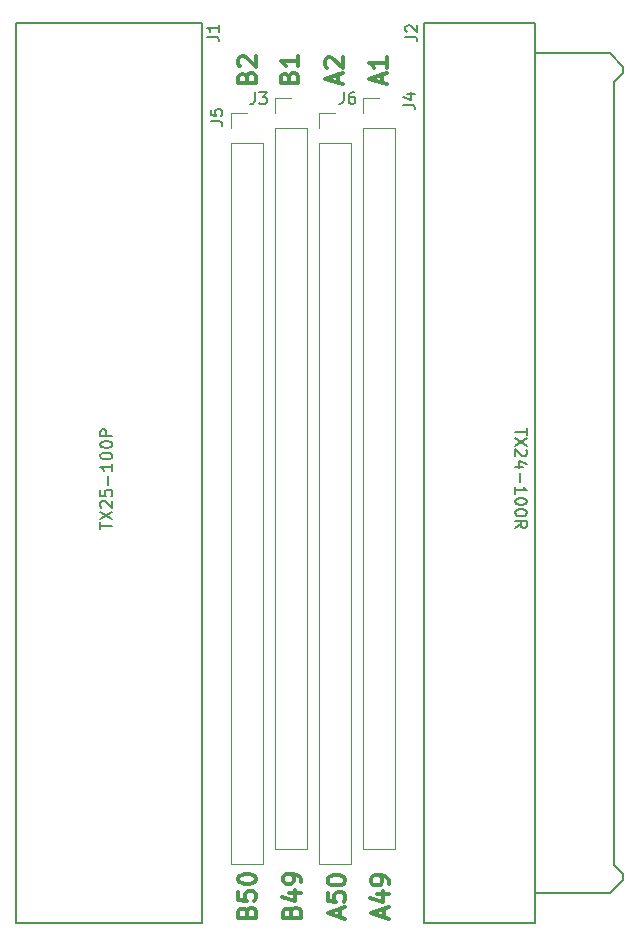
<source format=gbr>
G04 #@! TF.FileFunction,Legend,Top*
%FSLAX46Y46*%
G04 Gerber Fmt 4.6, Leading zero omitted, Abs format (unit mm)*
G04 Created by KiCad (PCBNEW 4.0.7-e2-6376~61~ubuntu18.04.1) date Tue Sep  1 21:44:30 2020*
%MOMM*%
%LPD*%
G01*
G04 APERTURE LIST*
%ADD10C,0.100000*%
%ADD11C,0.150000*%
%ADD12C,0.300000*%
%ADD13C,0.200000*%
%ADD14C,0.120000*%
G04 APERTURE END LIST*
D10*
D11*
X195060819Y-94201195D02*
X195060819Y-94772624D01*
X194060819Y-94486909D02*
X195060819Y-94486909D01*
X195060819Y-95010719D02*
X194060819Y-95677386D01*
X195060819Y-95677386D02*
X194060819Y-95010719D01*
X194965581Y-96010719D02*
X195013200Y-96058338D01*
X195060819Y-96153576D01*
X195060819Y-96391672D01*
X195013200Y-96486910D01*
X194965581Y-96534529D01*
X194870343Y-96582148D01*
X194775105Y-96582148D01*
X194632248Y-96534529D01*
X194060819Y-95963100D01*
X194060819Y-96582148D01*
X194727486Y-97439291D02*
X194060819Y-97439291D01*
X195108438Y-97201195D02*
X194394152Y-96963100D01*
X194394152Y-97582148D01*
X194441771Y-97963100D02*
X194441771Y-98725005D01*
X194060819Y-99725005D02*
X194060819Y-99153576D01*
X194060819Y-99439290D02*
X195060819Y-99439290D01*
X194917962Y-99344052D01*
X194822724Y-99248814D01*
X194775105Y-99153576D01*
X195060819Y-100344052D02*
X195060819Y-100439291D01*
X195013200Y-100534529D01*
X194965581Y-100582148D01*
X194870343Y-100629767D01*
X194679867Y-100677386D01*
X194441771Y-100677386D01*
X194251295Y-100629767D01*
X194156057Y-100582148D01*
X194108438Y-100534529D01*
X194060819Y-100439291D01*
X194060819Y-100344052D01*
X194108438Y-100248814D01*
X194156057Y-100201195D01*
X194251295Y-100153576D01*
X194441771Y-100105957D01*
X194679867Y-100105957D01*
X194870343Y-100153576D01*
X194965581Y-100201195D01*
X195013200Y-100248814D01*
X195060819Y-100344052D01*
X195060819Y-101296433D02*
X195060819Y-101391672D01*
X195013200Y-101486910D01*
X194965581Y-101534529D01*
X194870343Y-101582148D01*
X194679867Y-101629767D01*
X194441771Y-101629767D01*
X194251295Y-101582148D01*
X194156057Y-101534529D01*
X194108438Y-101486910D01*
X194060819Y-101391672D01*
X194060819Y-101296433D01*
X194108438Y-101201195D01*
X194156057Y-101153576D01*
X194251295Y-101105957D01*
X194441771Y-101058338D01*
X194679867Y-101058338D01*
X194870343Y-101105957D01*
X194965581Y-101153576D01*
X195013200Y-101201195D01*
X195060819Y-101296433D01*
X194060819Y-102629767D02*
X194537010Y-102296433D01*
X194060819Y-102058338D02*
X195060819Y-102058338D01*
X195060819Y-102439291D01*
X195013200Y-102534529D01*
X194965581Y-102582148D01*
X194870343Y-102629767D01*
X194727486Y-102629767D01*
X194632248Y-102582148D01*
X194584629Y-102534529D01*
X194537010Y-102439291D01*
X194537010Y-102058338D01*
X158938981Y-102725005D02*
X158938981Y-102153576D01*
X159938981Y-102439291D02*
X158938981Y-102439291D01*
X158938981Y-101915481D02*
X159938981Y-101248814D01*
X158938981Y-101248814D02*
X159938981Y-101915481D01*
X159034219Y-100915481D02*
X158986600Y-100867862D01*
X158938981Y-100772624D01*
X158938981Y-100534528D01*
X158986600Y-100439290D01*
X159034219Y-100391671D01*
X159129457Y-100344052D01*
X159224695Y-100344052D01*
X159367552Y-100391671D01*
X159938981Y-100963100D01*
X159938981Y-100344052D01*
X158938981Y-99439290D02*
X158938981Y-99915481D01*
X159415171Y-99963100D01*
X159367552Y-99915481D01*
X159319933Y-99820243D01*
X159319933Y-99582147D01*
X159367552Y-99486909D01*
X159415171Y-99439290D01*
X159510410Y-99391671D01*
X159748505Y-99391671D01*
X159843743Y-99439290D01*
X159891362Y-99486909D01*
X159938981Y-99582147D01*
X159938981Y-99820243D01*
X159891362Y-99915481D01*
X159843743Y-99963100D01*
X159558029Y-98963100D02*
X159558029Y-98201195D01*
X159938981Y-97201195D02*
X159938981Y-97772624D01*
X159938981Y-97486910D02*
X158938981Y-97486910D01*
X159081838Y-97582148D01*
X159177076Y-97677386D01*
X159224695Y-97772624D01*
X158938981Y-96582148D02*
X158938981Y-96486909D01*
X158986600Y-96391671D01*
X159034219Y-96344052D01*
X159129457Y-96296433D01*
X159319933Y-96248814D01*
X159558029Y-96248814D01*
X159748505Y-96296433D01*
X159843743Y-96344052D01*
X159891362Y-96391671D01*
X159938981Y-96486909D01*
X159938981Y-96582148D01*
X159891362Y-96677386D01*
X159843743Y-96725005D01*
X159748505Y-96772624D01*
X159558029Y-96820243D01*
X159319933Y-96820243D01*
X159129457Y-96772624D01*
X159034219Y-96725005D01*
X158986600Y-96677386D01*
X158938981Y-96582148D01*
X158938981Y-95629767D02*
X158938981Y-95534528D01*
X158986600Y-95439290D01*
X159034219Y-95391671D01*
X159129457Y-95344052D01*
X159319933Y-95296433D01*
X159558029Y-95296433D01*
X159748505Y-95344052D01*
X159843743Y-95391671D01*
X159891362Y-95439290D01*
X159938981Y-95534528D01*
X159938981Y-95629767D01*
X159891362Y-95725005D01*
X159843743Y-95772624D01*
X159748505Y-95820243D01*
X159558029Y-95867862D01*
X159319933Y-95867862D01*
X159129457Y-95820243D01*
X159034219Y-95772624D01*
X158986600Y-95725005D01*
X158938981Y-95629767D01*
X159938981Y-94867862D02*
X158938981Y-94867862D01*
X158938981Y-94486909D01*
X158986600Y-94391671D01*
X159034219Y-94344052D01*
X159129457Y-94296433D01*
X159272314Y-94296433D01*
X159367552Y-94344052D01*
X159415171Y-94391671D01*
X159462790Y-94486909D01*
X159462790Y-94867862D01*
D12*
X171342857Y-64482142D02*
X171414286Y-64267856D01*
X171485714Y-64196428D01*
X171628571Y-64124999D01*
X171842857Y-64124999D01*
X171985714Y-64196428D01*
X172057143Y-64267856D01*
X172128571Y-64410714D01*
X172128571Y-64982142D01*
X170628571Y-64982142D01*
X170628571Y-64482142D01*
X170700000Y-64339285D01*
X170771429Y-64267856D01*
X170914286Y-64196428D01*
X171057143Y-64196428D01*
X171200000Y-64267856D01*
X171271429Y-64339285D01*
X171342857Y-64482142D01*
X171342857Y-64982142D01*
X170771429Y-63553571D02*
X170700000Y-63482142D01*
X170628571Y-63339285D01*
X170628571Y-62982142D01*
X170700000Y-62839285D01*
X170771429Y-62767856D01*
X170914286Y-62696428D01*
X171057143Y-62696428D01*
X171271429Y-62767856D01*
X172128571Y-63624999D01*
X172128571Y-62696428D01*
X174917857Y-64482142D02*
X174989286Y-64267856D01*
X175060714Y-64196428D01*
X175203571Y-64124999D01*
X175417857Y-64124999D01*
X175560714Y-64196428D01*
X175632143Y-64267856D01*
X175703571Y-64410714D01*
X175703571Y-64982142D01*
X174203571Y-64982142D01*
X174203571Y-64482142D01*
X174275000Y-64339285D01*
X174346429Y-64267856D01*
X174489286Y-64196428D01*
X174632143Y-64196428D01*
X174775000Y-64267856D01*
X174846429Y-64339285D01*
X174917857Y-64482142D01*
X174917857Y-64982142D01*
X175703571Y-62696428D02*
X175703571Y-63553571D01*
X175703571Y-63124999D02*
X174203571Y-63124999D01*
X174417857Y-63267856D01*
X174560714Y-63410714D01*
X174632143Y-63553571D01*
X179025000Y-64946428D02*
X179025000Y-64232142D01*
X179453571Y-65089285D02*
X177953571Y-64589285D01*
X179453571Y-64089285D01*
X178096429Y-63660714D02*
X178025000Y-63589285D01*
X177953571Y-63446428D01*
X177953571Y-63089285D01*
X178025000Y-62946428D01*
X178096429Y-62874999D01*
X178239286Y-62803571D01*
X178382143Y-62803571D01*
X178596429Y-62874999D01*
X179453571Y-63732142D01*
X179453571Y-62803571D01*
X182775000Y-64946428D02*
X182775000Y-64232142D01*
X183203571Y-65089285D02*
X181703571Y-64589285D01*
X183203571Y-64089285D01*
X183203571Y-62803571D02*
X183203571Y-63660714D01*
X183203571Y-63232142D02*
X181703571Y-63232142D01*
X181917857Y-63374999D01*
X182060714Y-63517857D01*
X182132143Y-63660714D01*
X182950000Y-135610714D02*
X182950000Y-134896428D01*
X183378571Y-135753571D02*
X181878571Y-135253571D01*
X183378571Y-134753571D01*
X182378571Y-133610714D02*
X183378571Y-133610714D01*
X181807143Y-133967857D02*
X182878571Y-134325000D01*
X182878571Y-133396428D01*
X183378571Y-132753572D02*
X183378571Y-132467857D01*
X183307143Y-132325000D01*
X183235714Y-132253572D01*
X183021429Y-132110714D01*
X182735714Y-132039286D01*
X182164286Y-132039286D01*
X182021429Y-132110714D01*
X181950000Y-132182143D01*
X181878571Y-132325000D01*
X181878571Y-132610714D01*
X181950000Y-132753572D01*
X182021429Y-132825000D01*
X182164286Y-132896429D01*
X182521429Y-132896429D01*
X182664286Y-132825000D01*
X182735714Y-132753572D01*
X182807143Y-132610714D01*
X182807143Y-132325000D01*
X182735714Y-132182143D01*
X182664286Y-132110714D01*
X182521429Y-132039286D01*
X179250000Y-135610714D02*
X179250000Y-134896428D01*
X179678571Y-135753571D02*
X178178571Y-135253571D01*
X179678571Y-134753571D01*
X178178571Y-133539285D02*
X178178571Y-134253571D01*
X178892857Y-134325000D01*
X178821429Y-134253571D01*
X178750000Y-134110714D01*
X178750000Y-133753571D01*
X178821429Y-133610714D01*
X178892857Y-133539285D01*
X179035714Y-133467857D01*
X179392857Y-133467857D01*
X179535714Y-133539285D01*
X179607143Y-133610714D01*
X179678571Y-133753571D01*
X179678571Y-134110714D01*
X179607143Y-134253571D01*
X179535714Y-134325000D01*
X178178571Y-132539286D02*
X178178571Y-132396429D01*
X178250000Y-132253572D01*
X178321429Y-132182143D01*
X178464286Y-132110714D01*
X178750000Y-132039286D01*
X179107143Y-132039286D01*
X179392857Y-132110714D01*
X179535714Y-132182143D01*
X179607143Y-132253572D01*
X179678571Y-132396429D01*
X179678571Y-132539286D01*
X179607143Y-132682143D01*
X179535714Y-132753572D01*
X179392857Y-132825000D01*
X179107143Y-132896429D01*
X178750000Y-132896429D01*
X178464286Y-132825000D01*
X178321429Y-132753572D01*
X178250000Y-132682143D01*
X178178571Y-132539286D01*
X175117857Y-135146428D02*
X175189286Y-134932142D01*
X175260714Y-134860714D01*
X175403571Y-134789285D01*
X175617857Y-134789285D01*
X175760714Y-134860714D01*
X175832143Y-134932142D01*
X175903571Y-135075000D01*
X175903571Y-135646428D01*
X174403571Y-135646428D01*
X174403571Y-135146428D01*
X174475000Y-135003571D01*
X174546429Y-134932142D01*
X174689286Y-134860714D01*
X174832143Y-134860714D01*
X174975000Y-134932142D01*
X175046429Y-135003571D01*
X175117857Y-135146428D01*
X175117857Y-135646428D01*
X174903571Y-133503571D02*
X175903571Y-133503571D01*
X174332143Y-133860714D02*
X175403571Y-134217857D01*
X175403571Y-133289285D01*
X175903571Y-132646429D02*
X175903571Y-132360714D01*
X175832143Y-132217857D01*
X175760714Y-132146429D01*
X175546429Y-132003571D01*
X175260714Y-131932143D01*
X174689286Y-131932143D01*
X174546429Y-132003571D01*
X174475000Y-132075000D01*
X174403571Y-132217857D01*
X174403571Y-132503571D01*
X174475000Y-132646429D01*
X174546429Y-132717857D01*
X174689286Y-132789286D01*
X175046429Y-132789286D01*
X175189286Y-132717857D01*
X175260714Y-132646429D01*
X175332143Y-132503571D01*
X175332143Y-132217857D01*
X175260714Y-132075000D01*
X175189286Y-132003571D01*
X175046429Y-131932143D01*
X171342857Y-135146428D02*
X171414286Y-134932142D01*
X171485714Y-134860714D01*
X171628571Y-134789285D01*
X171842857Y-134789285D01*
X171985714Y-134860714D01*
X172057143Y-134932142D01*
X172128571Y-135075000D01*
X172128571Y-135646428D01*
X170628571Y-135646428D01*
X170628571Y-135146428D01*
X170700000Y-135003571D01*
X170771429Y-134932142D01*
X170914286Y-134860714D01*
X171057143Y-134860714D01*
X171200000Y-134932142D01*
X171271429Y-135003571D01*
X171342857Y-135146428D01*
X171342857Y-135646428D01*
X170628571Y-133432142D02*
X170628571Y-134146428D01*
X171342857Y-134217857D01*
X171271429Y-134146428D01*
X171200000Y-134003571D01*
X171200000Y-133646428D01*
X171271429Y-133503571D01*
X171342857Y-133432142D01*
X171485714Y-133360714D01*
X171842857Y-133360714D01*
X171985714Y-133432142D01*
X172057143Y-133503571D01*
X172128571Y-133646428D01*
X172128571Y-134003571D01*
X172057143Y-134146428D01*
X171985714Y-134217857D01*
X170628571Y-132432143D02*
X170628571Y-132289286D01*
X170700000Y-132146429D01*
X170771429Y-132075000D01*
X170914286Y-132003571D01*
X171200000Y-131932143D01*
X171557143Y-131932143D01*
X171842857Y-132003571D01*
X171985714Y-132075000D01*
X172057143Y-132146429D01*
X172128571Y-132289286D01*
X172128571Y-132432143D01*
X172057143Y-132575000D01*
X171985714Y-132646429D01*
X171842857Y-132717857D01*
X171557143Y-132789286D01*
X171200000Y-132789286D01*
X170914286Y-132717857D01*
X170771429Y-132646429D01*
X170700000Y-132575000D01*
X170628571Y-132432143D01*
D13*
X202444000Y-64858000D02*
X202444000Y-131152000D01*
X202444000Y-64858000D02*
X203206000Y-64096000D01*
X203206000Y-63588000D02*
X203206000Y-64096000D01*
X202063000Y-62445000D02*
X195713000Y-62445000D01*
X202063000Y-133565000D02*
X195713000Y-133565000D01*
X203206000Y-132422000D02*
X203206000Y-131914000D01*
X203206000Y-131914000D02*
X202444000Y-131152000D01*
X202063000Y-133565000D02*
X203206000Y-132422000D01*
X202063000Y-62445000D02*
X203206000Y-63588000D01*
X186315000Y-98005000D02*
X186315000Y-59905000D01*
X186315000Y-59905000D02*
X195713000Y-59905000D01*
X195713000Y-59905000D02*
X195713000Y-98005000D01*
X195713000Y-98005000D02*
X195713000Y-136105000D01*
X195713000Y-136105000D02*
X186315000Y-136105000D01*
X186315000Y-136105000D02*
X186315000Y-98005000D01*
X158187000Y-59905000D02*
X151837000Y-59905000D01*
X151837000Y-59905000D02*
X151837000Y-136105000D01*
X151837000Y-136105000D02*
X158187000Y-136105000D01*
X167585000Y-98005000D02*
X167585000Y-59905000D01*
X167585000Y-59905000D02*
X158187000Y-59905000D01*
X158187000Y-136105000D02*
X167585000Y-136105000D01*
X167585000Y-136105000D02*
X167585000Y-98005000D01*
D14*
X173745000Y-129815000D02*
X176405000Y-129815000D01*
X173745000Y-68795000D02*
X173745000Y-129815000D01*
X176405000Y-68795000D02*
X176405000Y-129815000D01*
X173745000Y-68795000D02*
X176405000Y-68795000D01*
X173745000Y-67525000D02*
X173745000Y-66195000D01*
X173745000Y-66195000D02*
X175075000Y-66195000D01*
X181195000Y-129815000D02*
X183855000Y-129815000D01*
X181195000Y-68795000D02*
X181195000Y-129815000D01*
X183855000Y-68795000D02*
X183855000Y-129815000D01*
X181195000Y-68795000D02*
X183855000Y-68795000D01*
X181195000Y-67525000D02*
X181195000Y-66195000D01*
X181195000Y-66195000D02*
X182525000Y-66195000D01*
X170020000Y-131090000D02*
X172680000Y-131090000D01*
X170020000Y-70070000D02*
X170020000Y-131090000D01*
X172680000Y-70070000D02*
X172680000Y-131090000D01*
X170020000Y-70070000D02*
X172680000Y-70070000D01*
X170020000Y-68800000D02*
X170020000Y-67470000D01*
X170020000Y-67470000D02*
X171350000Y-67470000D01*
X177470000Y-131090000D02*
X180130000Y-131090000D01*
X177470000Y-70070000D02*
X177470000Y-131090000D01*
X180130000Y-70070000D02*
X180130000Y-131090000D01*
X177470000Y-70070000D02*
X180130000Y-70070000D01*
X177470000Y-68800000D02*
X177470000Y-67470000D01*
X177470000Y-67470000D02*
X178800000Y-67470000D01*
D11*
X184777381Y-61058333D02*
X185491667Y-61058333D01*
X185634524Y-61105953D01*
X185729762Y-61201191D01*
X185777381Y-61344048D01*
X185777381Y-61439286D01*
X184872619Y-60629762D02*
X184825000Y-60582143D01*
X184777381Y-60486905D01*
X184777381Y-60248809D01*
X184825000Y-60153571D01*
X184872619Y-60105952D01*
X184967857Y-60058333D01*
X185063095Y-60058333D01*
X185205952Y-60105952D01*
X185777381Y-60677381D01*
X185777381Y-60058333D01*
X167977381Y-61033333D02*
X168691667Y-61033333D01*
X168834524Y-61080953D01*
X168929762Y-61176191D01*
X168977381Y-61319048D01*
X168977381Y-61414286D01*
X168977381Y-60033333D02*
X168977381Y-60604762D01*
X168977381Y-60319048D02*
X167977381Y-60319048D01*
X168120238Y-60414286D01*
X168215476Y-60509524D01*
X168263095Y-60604762D01*
X172016667Y-65752381D02*
X172016667Y-66466667D01*
X171969047Y-66609524D01*
X171873809Y-66704762D01*
X171730952Y-66752381D01*
X171635714Y-66752381D01*
X172397619Y-65752381D02*
X173016667Y-65752381D01*
X172683333Y-66133333D01*
X172826191Y-66133333D01*
X172921429Y-66180952D01*
X172969048Y-66228571D01*
X173016667Y-66323810D01*
X173016667Y-66561905D01*
X172969048Y-66657143D01*
X172921429Y-66704762D01*
X172826191Y-66752381D01*
X172540476Y-66752381D01*
X172445238Y-66704762D01*
X172397619Y-66657143D01*
X184577381Y-66808333D02*
X185291667Y-66808333D01*
X185434524Y-66855953D01*
X185529762Y-66951191D01*
X185577381Y-67094048D01*
X185577381Y-67189286D01*
X184910714Y-65903571D02*
X185577381Y-65903571D01*
X184529762Y-66141667D02*
X185244048Y-66379762D01*
X185244048Y-65760714D01*
X168277381Y-68183333D02*
X168991667Y-68183333D01*
X169134524Y-68230953D01*
X169229762Y-68326191D01*
X169277381Y-68469048D01*
X169277381Y-68564286D01*
X168277381Y-67230952D02*
X168277381Y-67707143D01*
X168753571Y-67754762D01*
X168705952Y-67707143D01*
X168658333Y-67611905D01*
X168658333Y-67373809D01*
X168705952Y-67278571D01*
X168753571Y-67230952D01*
X168848810Y-67183333D01*
X169086905Y-67183333D01*
X169182143Y-67230952D01*
X169229762Y-67278571D01*
X169277381Y-67373809D01*
X169277381Y-67611905D01*
X169229762Y-67707143D01*
X169182143Y-67754762D01*
X179541667Y-65727381D02*
X179541667Y-66441667D01*
X179494047Y-66584524D01*
X179398809Y-66679762D01*
X179255952Y-66727381D01*
X179160714Y-66727381D01*
X180446429Y-65727381D02*
X180255952Y-65727381D01*
X180160714Y-65775000D01*
X180113095Y-65822619D01*
X180017857Y-65965476D01*
X179970238Y-66155952D01*
X179970238Y-66536905D01*
X180017857Y-66632143D01*
X180065476Y-66679762D01*
X180160714Y-66727381D01*
X180351191Y-66727381D01*
X180446429Y-66679762D01*
X180494048Y-66632143D01*
X180541667Y-66536905D01*
X180541667Y-66298810D01*
X180494048Y-66203571D01*
X180446429Y-66155952D01*
X180351191Y-66108333D01*
X180160714Y-66108333D01*
X180065476Y-66155952D01*
X180017857Y-66203571D01*
X179970238Y-66298810D01*
M02*

</source>
